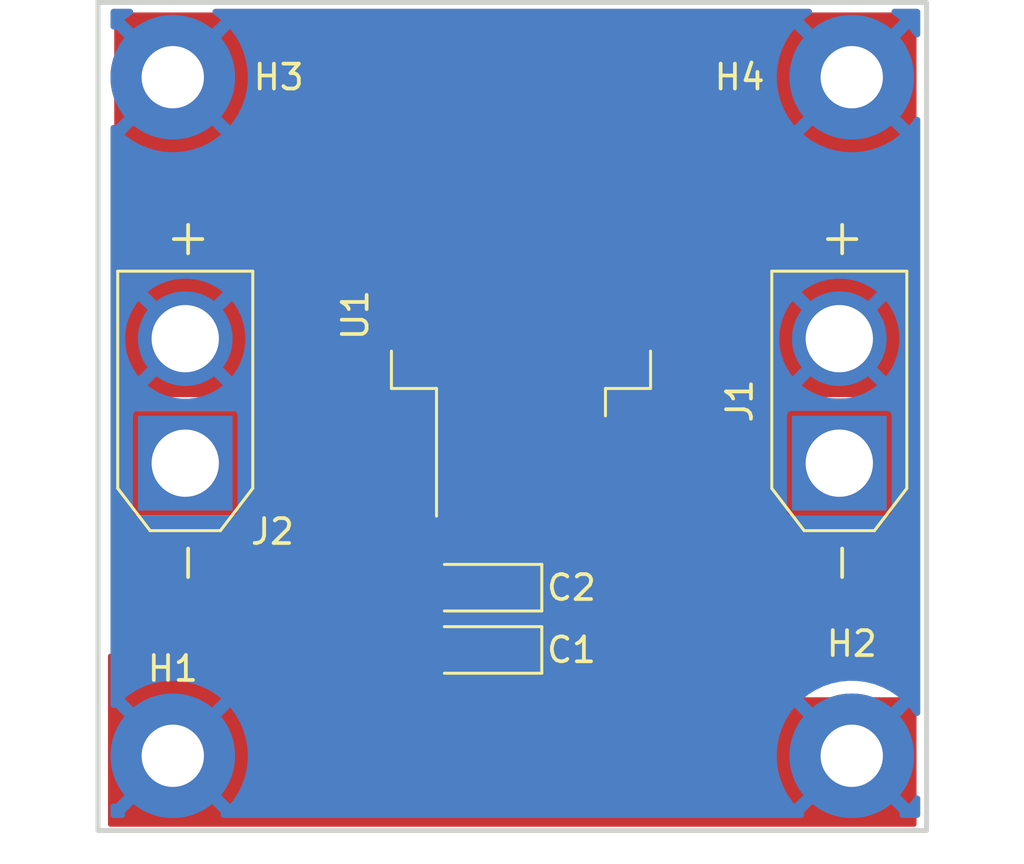
<source format=kicad_pcb>
(kicad_pcb (version 20211014) (generator pcbnew)
  (layers (0 "F.Cu" signal) (31 "B.Cu" signal) (34 "B.Paste" user) (35 "F.Paste" user) (36 "B.SilkS" user "B.Silkscreen") (37 "F.SilkS" user "F.Silkscreen") (38 "B.Mask" user) (39 "F.Mask" user) (44 "Edge.Cuts" user))
  (net 0 "")
  (net 1 "/IN")
  (net 2 "GND")
  (net 3 "/OUT")
  (footprint "MountingHole:MountingHole_2.5mm_Pad" (layer "F.Cu") (at 168.25 118.5)
    (fp_text reference "H2" (at 0 -4.5) (layer "F.SilkS"))
    (fp_text value "MountingHole_Pad")
    (pad "1" thru_hole circle (at 0 0) (size 5 5) (drill 2.5) (layers *.Cu *.Mask) (net 2 "GND"))
  )
  (footprint "Connector_AMASS:AMASS_XT30U-M_1x02_P5.0mm_Vertical" (layer "F.Cu") (at 167.75 106.75 90)
    (fp_text reference "J1" (at 2.5 -4 90) (layer "F.SilkS"))
    (fp_text value "Conn_01x02_Male" hide)
    (fp_text user "+" (at 9 0 90) (layer "F.SilkS") (effects (font (size 1.5 1.5))))
    (fp_text user "-" (at -4 0 90) (layer "F.SilkS") (effects (font (size 1.5 1.5))))
    (fp_line (start -1.01 -2.71) (end 7.71 -2.71) (layer "F.SilkS") (width 0.12))
    (fp_line (start 7.71 -2.71) (end 7.71 2.71) (layer "F.SilkS") (width 0.12))
    (fp_line (start -2.71 -1.41) (end -1.01 -2.71) (layer "F.SilkS") (width 0.12))
    (fp_line (start -1.01 2.71) (end 7.71 2.71) (layer "F.SilkS") (width 0.12))
    (fp_line (start -2.71 1.41) (end -1.01 2.71) (layer "F.SilkS") (width 0.12))
    (fp_line (start -2.71 -1.41) (end -2.71 1.41) (layer "F.SilkS") (width 0.12))
    (pad "1" thru_hole rect (at 0 0 90) (size 3.8 3.8) (drill 2.7) (layers *.Cu *.Mask) (net 1 "/IN"))
    (pad "2" thru_hole circle (at 5 0 90) (size 3.8 3.8) (drill 2.7) (layers *.Cu *.Mask) (net 2 "GND"))
  )
  (footprint "MountingHole:MountingHole_2.5mm_Pad" (layer "F.Cu") (at 168.25 91.25)
    (fp_text reference "H4" (at -4.5 0 180) (layer "F.SilkS"))
    (fp_text value "MountingHole_Pad" hide)
    (pad "1" thru_hole circle (at 0 0) (size 5 5) (drill 2.5) (layers *.Cu *.Mask) (net 2 "GND"))
  )
  (footprint "MountingHole:MountingHole_2.5mm_Pad" (layer "F.Cu") (at 141 91.25)
    (fp_text reference "H3" (at 4.25 0) (layer "F.SilkS"))
    (fp_text value "MountingHole_Pad")
    (pad "1" thru_hole circle (at 0 0) (size 5 5) (drill 2.5) (layers *.Cu *.Mask) (net 2 "GND"))
  )
  (footprint "Connector_AMASS:AMASS_XT30U-M_1x02_P5.0mm_Vertical" (layer "F.Cu") (at 141.5 106.75 90)
    (fp_text reference "J2" (at -2.75 3.5 180) (layer "F.SilkS"))
    (fp_text value "Conn_01x02_Male" hide)
    (fp_text user "+" (at 9 0 90) (layer "F.SilkS") (effects (font (size 1.5 1.5))))
    (fp_text user "-" (at -4 0 90) (layer "F.SilkS") (effects (font (size 1.5 1.5))))
    (fp_line (start 7.71 -2.71) (end 7.71 2.71) (layer "F.SilkS") (width 0.12))
    (fp_line (start -2.71 -1.41) (end -1.01 -2.71) (layer "F.SilkS") (width 0.12))
    (fp_line (start -1.01 2.71) (end 7.71 2.71) (layer "F.SilkS") (width 0.12))
    (fp_line (start -2.71 -1.41) (end -2.71 1.41) (layer "F.SilkS") (width 0.12))
    (fp_line (start -1.01 -2.71) (end 7.71 -2.71) (layer "F.SilkS") (width 0.12))
    (fp_line (start -2.71 1.41) (end -1.01 2.71) (layer "F.SilkS") (width 0.12))
    (pad "1" thru_hole rect (at 0 0 90) (size 3.8 3.8) (drill 2.7) (layers *.Cu *.Mask) (net 3 "/OUT"))
    (pad "2" thru_hole circle (at 5 0 90) (size 3.8 3.8) (drill 2.7) (layers *.Cu *.Mask) (net 2 "GND"))
  )
  (footprint "Capacitor_Tantalum_SMD:CP_EIA-3216-12_Kemet-S" (layer "F.Cu") (at 153.5 111.75 180)
    (fp_text reference "C2" (at -3.5 0) (layer "F.SilkS"))
    (fp_text value "C_Polarized_US")
    (fp_line (start -2.31 0.935) (end 1.6 0.935) (layer "F.SilkS") (width 0.12))
    (fp_line (start -2.31 -0.935) (end -2.31 0.935) (layer "F.SilkS") (width 0.12))
    (fp_line (start 1.6 -0.935) (end -2.31 -0.935) (layer "F.SilkS") (width 0.12))
    (pad "1" smd roundrect (at -1.35 0 180) (size 1.4 1.35) (layers "F.Cu" "F.Paste" "F.Mask") (roundrect_rratio 0.185185) (net 3 "/OUT"))
    (pad "2" smd roundrect (at 1.35 0 180) (size 1.4 1.35) (layers "F.Cu" "F.Paste" "F.Mask") (roundrect_rratio 0.185185) (net 2 "GND"))
  )
  (footprint "MountingHole:MountingHole_2.5mm_Pad" (layer "F.Cu") (at 141 118.5)
    (fp_text reference "H1" (at 0 -3.5) (layer "F.SilkS"))
    (fp_text value "MountingHole_Pad")
    (pad "1" thru_hole circle (at 0 0) (size 5 5) (drill 2.5) (layers *.Cu *.Mask) (net 2 "GND"))
  )
  (footprint "Package_TO_SOT_SMD:TO-263-3_TabPin2" (layer "F.Cu") (at 154.975 100.8 90)
    (fp_text reference "U1" (at 0 -6.65 90) (layer "F.SilkS"))
    (fp_text value "LD1086D2M33TR")
    (fp_line (start -2.95 3.39) (end -4.05 3.39) (layer "F.SilkS") (width 0.12))
    (fp_line (start -2.95 5.2) (end -2.95 3.39) (layer "F.SilkS") (width 0.12))
    (fp_line (start -1.45 -5.2) (end -2.95 -5.2) (layer "F.SilkS") (width 0.12))
    (fp_line (start -1.45 5.2) (end -2.95 5.2) (layer "F.SilkS") (width 0.12))
    (fp_line (start -2.95 -5.2) (end -2.95 -3.39) (layer "F.SilkS") (width 0.12))
    (fp_line (start -2.95 -3.39) (end -8.075 -3.39) (layer "F.SilkS") (width 0.12))
    (pad "1" smd rect (at -5.775 -2.54 90) (size 4.6 1.1) (layers "F.Cu" "F.Paste" "F.Mask") (net 2 "GND"))
    (pad "2" smd rect (at 3.375 0 90) (size 9.4 10.8) (layers "F.Cu" "F.Mask") (net 3 "/OUT"))
    (pad "2" smd rect (at -5.775 0 90) (size 4.6 1.1) (layers "F.Cu" "F.Paste" "F.Mask") (net 3 "/OUT"))
    (pad "3" smd rect (at -5.775 2.54 90) (size 4.6 1.1) (layers "F.Cu" "F.Paste" "F.Mask") (net 1 "/IN"))
  )
  (footprint "Capacitor_Tantalum_SMD:CP_EIA-3216-12_Kemet-S" (layer "F.Cu") (at 153.5 114.25 180)
    (fp_text reference "C1" (at -3.5 0) (layer "F.SilkS"))
    (fp_text value "C_Polarized_US")
    (fp_line (start -2.31 0.935) (end 1.6 0.935) (layer "F.SilkS") (width 0.12))
    (fp_line (start -2.31 -0.935) (end -2.31 0.935) (layer "F.SilkS") (width 0.12))
    (fp_line (start 1.6 -0.935) (end -2.31 -0.935) (layer "F.SilkS") (width 0.12))
    (pad "1" smd roundrect (at -1.35 0 180) (size 1.4 1.35) (layers "F.Cu" "F.Paste" "F.Mask") (roundrect_rratio 0.185185) (net 1 "/IN"))
    (pad "2" smd roundrect (at 1.35 0 180) (size 1.4 1.35) (layers "F.Cu" "F.Paste" "F.Mask") (roundrect_rratio 0.185185) (net 2 "GND"))
  )
  (gr_poly (pts (xy 153.5 116.25) (xy 170.75 116.25) (xy 170.75 121.25) (xy 138.5 121.25) (xy 138.5 114.5) (xy 144 114.5) (xy 145 113.5) (xy 150.75 113.5) (xy 150.75 103.75) (xy 153.5 103.75)) (layer "F.Cu") (width 0.2) (fill solid))
  (gr_poly (pts (xy 158.25 106.25) (xy 165.5 106.25) (xy 165.5 104.25) (xy 170.25 104.25) (xy 170.25 115.25) (xy 154 115.25) (xy 154 113.5) (xy 156.75 113.5) (xy 156.75 104.25) (xy 158.25 104.25)) (layer "F.Cu") (width 0.2) (fill solid))
  (gr_poly (pts (xy 170.75 104) (xy 165 104) (xy 165 92) (xy 144.25 92) (xy 144.25 104) (xy 138.75 104) (xy 138.75 88.75) (xy 170.75 88.75)) (layer "F.Cu") (width 0.2) (fill solid))
  (gr_poly (pts (xy 160.25 102.5) (xy 155.5 102.5) (xy 155.5 112.5) (xy 154.25 112.500001) (xy 154.25 106.020997) (xy 154.25 102.25) (xy 151.5 102.25) (xy 143.5 108.75) (xy 139.25 108.75) (xy 139.5 104.75) (xy 143.5 104.75) (xy 145.76698 104.5) (xy 146.25 98.816005) (xy 149.23 96.39) (xy 149.5 92.5) (xy 160.25 92.5)) (layer "F.Cu") (width 0.2) (fill solid))
  (gr_rect (start 138 88.25) (end 171.25 121.5) (layer "Edge.Cuts") (width 0.2) (fill none))
  (segment (start 156.25 114.25) (end 157.515 112.985) (width 0.25) (layer "F.Cu") (net 1))
  (segment (start 154.85 114.25) (end 156.25 114.25) (width 0.25) (layer "F.Cu") (net 1))
  (segment (start 157.515 106.575) (end 167.575 106.575) (width 0.25) (layer "F.Cu") (net 1))
  (segment (start 167.575 106.575) (end 167.75 106.75) (width 0.25) (layer "F.Cu") (net 1))
  (segment (start 157.515 112.985) (end 157.515 106.575) (width 0.25) (layer "F.Cu") (net 1))
  (segment (start 168.25 91.25) (end 168.25 101.25) (width 0.5) (layer "F.Cu") (net 2))
  (segment (start 145.25 114.25) (end 152.15 114.25) (width 0.25) (layer "F.Cu") (net 2))
  (segment (start 168.25 101.25) (end 167.75 101.75) (width 0.5) (layer "F.Cu") (net 2))
  (segment (start 153.75 118.5) (end 152.15 116.9) (width 0.25) (layer "F.Cu") (net 2))
  (segment (start 168.25 118.5) (end 153.75 118.5) (width 0.25) (layer "F.Cu") (net 2))
  (segment (start 152.435 111.465) (end 152.15 111.75) (width 0.5) (layer "F.Cu") (net 2))
  (segment (start 152.15 111.75) (end 152.15 114.25) (width 0.5) (layer "F.Cu") (net 2))
  (segment (start 152.435 106.575) (end 152.435 111.465) (width 0.5) (layer "F.Cu") (net 2))
  (segment (start 141 118.5) (end 145.25 114.25) (width 0.25) (layer "F.Cu") (net 2))
  (segment (start 152.15 116.9) (end 152.15 114.25) (width 0.25) (layer "F.Cu") (net 2))
  (segment (start 154.975 106.575) (end 154.975 97.425) (width 0.25) (layer "F.Cu") (net 3))
  (segment (start 146.75 99) (end 148.325 97.425) (width 0.5) (layer "F.Cu") (net 3))
  (segment (start 146.75 104) (end 146.75 99) (width 0.5) (layer "F.Cu") (net 3))
  (segment (start 154.85 111.75) (end 154.975 111.625) (width 0.25) (layer "F.Cu") (net 3))
  (segment (start 144 106.75) (end 146.75 104) (width 0.5) (layer "F.Cu") (net 3))
  (segment (start 148.325 97.425) (end 154.975 97.425) (width 0.5) (layer "F.Cu") (net 3))
  (segment (start 154.975 111.625) (end 154.975 106.575) (width 0.25) (layer "F.Cu") (net 3))
  (segment (start 141.5 106.75) (end 144 106.75) (width 0.5) (layer "F.Cu") (net 3))
  (zone (net 2) (net_name "GND") (layer "B.Cu") (connect_pads (clearance 0.1)) (min_thickness 0.254) (fill yes (thermal_gap 0.508) (thermal_bridge_width 0.508))
    (polygon (pts (xy 171 121) (xy 138.5 121) (xy 138.5 88.5) (xy 171 88.5)))
  )
)
</source>
